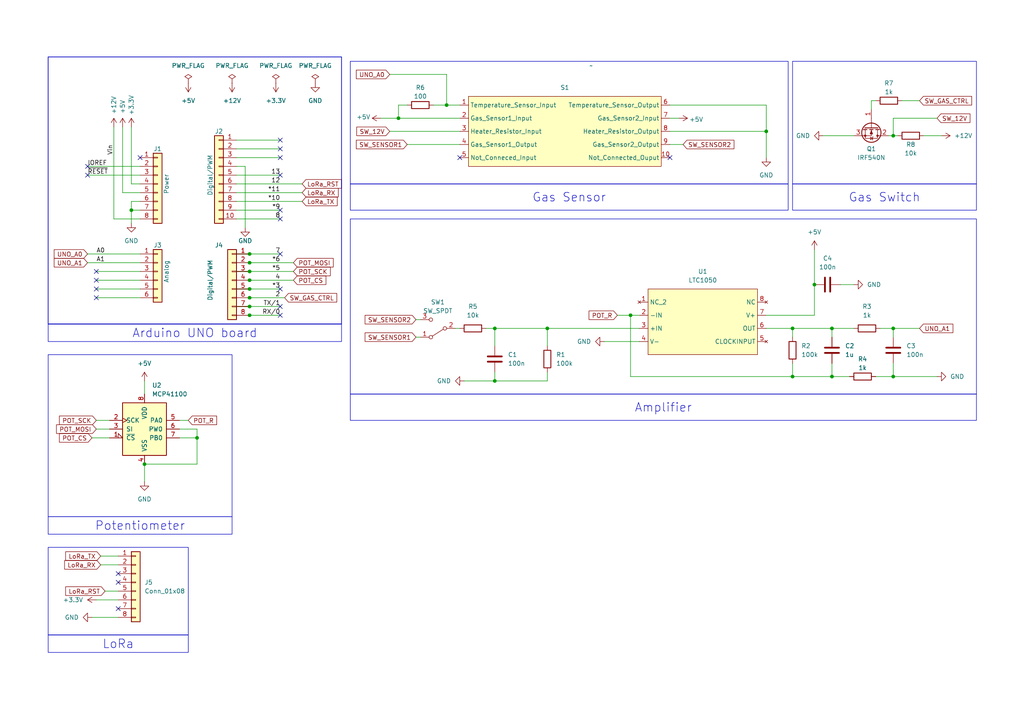
<source format=kicad_sch>
(kicad_sch (version 20230121) (generator eeschema)
  (paper "A4")
  (title_block (title "Gas Sensor") (date "2024-01-20") (company "INSA Toulouse"))
  (lib_symbols
    (symbol "+5V_1" (power) (pin_names (offset 0))
      (property "Value" "+5V_1" (at 0 3.556 0))
      (symbol "+5V_1_0_1"
        (polyline (pts (xy -0.762 1.27) (xy 0 2.54)))
        (polyline (pts (xy 0 0) (xy 0 2.54)))
        (polyline (pts (xy 0 2.54) (xy 0.762 1.27)))
      )
      (symbol "+5V_1_1_1"
        (pin power_in line (at 0 0 90) (length 0) hide (name "+5V") (number "1"))
      )
    )
    (symbol "Connector_Generic:Conn_01x06" (pin_names (offset 1.016) hide)
      (property "Reference" "J" (at 0 7.62 0))
      (property "Value" "Conn_01x06" (at 0 -10.16 0))
      (symbol "Conn_01x06_1_1"
        (rectangle (start -1.27 -7.493) (end 0 -7.747) (stroke (width 0.1524)))
        (rectangle (start -1.27 -4.953) (end 0 -5.207) (stroke (width 0.1524)))
        (rectangle (start -1.27 -2.413) (end 0 -2.667) (stroke (width 0.1524)))
        (rectangle (start -1.27 0.127) (end 0 -0.127) (stroke (width 0.1524)))
        (rectangle (start -1.27 2.667) (end 0 2.413) (stroke (width 0.1524)))
        (rectangle (start -1.27 5.207) (end 0 4.953) (stroke (width 0.1524)))
        (rectangle (start -1.27 6.35) (end 1.27 -8.89) (stroke (width 0.254)) (fill (type background)))
        (pin passive line (at -5.08 5.08 0) (length 3.81) (name "Pin_1") (number "1"))
        (pin passive line (at -5.08 2.54 0) (length 3.81) (name "Pin_2") (number "2"))
        (pin passive line (at -5.08 0 0) (length 3.81) (name "Pin_3") (number "3"))
        (pin passive line (at -5.08 -2.54 0) (length 3.81) (name "Pin_4") (number "4"))
        (pin passive line (at -5.08 -5.08 0) (length 3.81) (name "Pin_5") (number "5"))
        (pin passive line (at -5.08 -7.62 0) (length 3.81) (name "Pin_6") (number "6"))
      )
    )
    (symbol "Connector_Generic:Conn_01x08" (pin_names (offset 1.016) hide)
      (property "Reference" "J" (at 0 10.16 0))
      (property "Value" "Conn_01x08" (at 0 -12.7 0))
      (symbol "Conn_01x08_1_1"
        (rectangle (start -1.27 -10.033) (end 0 -10.287) (stroke (width 0.1524)))
        (rectangle (start -1.27 -7.493) (end 0 -7.747) (stroke (width 0.1524)))
        (rectangle (start -1.27 -4.953) (end 0 -5.207) (stroke (width 0.1524)))
        (rectangle (start -1.27 -2.413) (end 0 -2.667) (stroke (width 0.1524)))
        (rectangle (start -1.27 0.127) (end 0 -0.127) (stroke (width 0.1524)))
        (rectangle (start -1.27 2.667) (end 0 2.413) (stroke (width 0.1524)))
        (rectangle (start -1.27 5.207) (end 0 4.953) (stroke (width 0.1524)))
        (rectangle (start -1.27 7.747) (end 0 7.493) (stroke (width 0.1524)))
        (rectangle (start -1.27 8.89) (end 1.27 -11.43) (stroke (width 0.254)) (fill (type background)))
        (pin passive line (at -5.08 7.62 0) (length 3.81) (name "Pin_1") (number "1"))
        (pin passive line (at -5.08 5.08 0) (length 3.81) (name "Pin_2") (number "2"))
        (pin passive line (at -5.08 2.54 0) (length 3.81) (name "Pin_3") (number "3"))
        (pin passive line (at -5.08 0 0) (length 3.81) (name "Pin_4") (number "4"))
        (pin passive line (at -5.08 -2.54 0) (length 3.81) (name "Pin_5") (number "5"))
        (pin passive line (at -5.08 -5.08 0) (length 3.81) (name "Pin_6") (number "6"))
        (pin passive line (at -5.08 -7.62 0) (length 3.81) (name "Pin_7") (number "7"))
        (pin passive line (at -5.08 -10.16 0) (length 3.81) (name "Pin_8") (number "8"))
      )
    )
    (symbol "Connector_Generic:Conn_01x10" (pin_names (offset 1.016) hide)
      (property "Reference" "J" (at 0 12.7 0))
      (property "Value" "Conn_01x10" (at 0 -15.24 0))
      (symbol "Conn_01x10_1_1"
        (rectangle (start -1.27 -12.573) (end 0 -12.827) (stroke (width 0.1524)))
        (rectangle (start -1.27 -10.033) (end 0 -10.287) (stroke (width 0.1524)))
        (rectangle (start -1.27 -7.493) (end 0 -7.747) (stroke (width 0.1524)))
        (rectangle (start -1.27 -4.953) (end 0 -5.207) (stroke (width 0.1524)))
        (rectangle (start -1.27 -2.413) (end 0 -2.667) (stroke (width 0.1524)))
        (rectangle (start -1.27 0.127) (end 0 -0.127) (stroke (width 0.1524)))
        (rectangle (start -1.27 2.667) (end 0 2.413) (stroke (width 0.1524)))
        (rectangle (start -1.27 5.207) (end 0 4.953) (stroke (width 0.1524)))
        (rectangle (start -1.27 7.747) (end 0 7.493) (stroke (width 0.1524)))
        (rectangle (start -1.27 10.287) (end 0 10.033) (stroke (width 0.1524)))
        (rectangle (start -1.27 11.43) (end 1.27 -13.97) (stroke (width 0.254)) (fill (type background)))
        (pin passive line (at -5.08 10.16 0) (length 3.81) (name "Pin_1") (number "1"))
        (pin passive line (at -5.08 -12.7 0) (length 3.81) (name "Pin_10") (number "10"))
        (pin passive line (at -5.08 7.62 0) (length 3.81) (name "Pin_2") (number "2"))
        (pin passive line (at -5.08 5.08 0) (length 3.81) (name "Pin_3") (number "3"))
        (pin passive line (at -5.08 2.54 0) (length 3.81) (name "Pin_4") (number "4"))
        (pin passive line (at -5.08 0 0) (length 3.81) (name "Pin_5") (number "5"))
        (pin passive line (at -5.08 -2.54 0) (length 3.81) (name "Pin_6") (number "6"))
        (pin passive line (at -5.08 -5.08 0) (length 3.81) (name "Pin_7") (number "7"))
        (pin passive line (at -5.08 -7.62 0) (length 3.81) (name "Pin_8") (number "8"))
        (pin passive line (at -5.08 -10.16 0) (length 3.81) (name "Pin_9") (number "9"))
      )
    )
    (symbol "Device:C" (pin_numbers hide) (pin_names (offset 0.254))
      (property "Reference" "C" (at 0.635 2.54 0))
      (property "Value" "C" (at 0.635 -2.54 0))
      (symbol "C_0_1"
        (polyline (pts (xy -2.032 -0.762) (xy 2.032 -0.762)) (stroke (width 0.508)))
        (polyline (pts (xy -2.032 0.762) (xy 2.032 0.762)) (stroke (width 0.508)))
      )
      (symbol "C_1_1"
        (pin passive line (at 0 3.81 270) (length 2.794) (name "~") (number "1"))
        (pin passive line (at 0 -3.81 90) (length 2.794) (name "~") (number "2"))
      )
    )
    (symbol "Device:R" (pin_numbers hide) (pin_names (offset 0))
      (property "Reference" "R" (at 2.032 0 90))
      (property "Value" "R" (at 0 0 90))
      (symbol "R_0_1"
        (rectangle (start -1.016 -2.54) (end 1.016 2.54) (stroke (width 0.254)))
      )
      (symbol "R_1_1"
        (pin passive line (at 0 3.81 270) (length 1.27) (name "~") (number "1"))
        (pin passive line (at 0 -3.81 90) (length 1.27) (name "~") (number "2"))
      )
    )
    (symbol "GND_6" (power) (pin_names (offset 0))
      (property "Value" "GND_6" (at 0 -3.81 0))
      (symbol "GND_6_0_1"
        (polyline (pts (xy 0 0) (xy 0 -1.27) (xy 1.27 -1.27) (xy 0 -2.54) (xy -1.27 -1.27) (xy 0 -1.27)))
      )
      (symbol "GND_6_1_1"
        (pin power_in line (at 0 0 270) (length 0) hide (name "GND") (number "1"))
      )
    )
    (symbol "GND_9" (power) (pin_names (offset 0))
      (property "Value" "GND_9" (at 0 -3.81 0))
      (symbol "GND_9_0_1"
        (polyline (pts (xy 0 0) (xy 0 -1.27) (xy 1.27 -1.27) (xy 0 -2.54) (xy -1.27 -1.27) (xy 0 -1.27)))
      )
      (symbol "GND_9_1_1"
        (pin power_in line (at 0 0 270) (length 0) hide (name "GND") (number "1"))
      )
    )
    (symbol "Potentiometer_Digital:MCP41100" (pin_names (offset 1.016))
      (property "Reference" "U" (at -6.35 8.89 0))
      (property "Value" "MCP41100" (at 1.27 8.89 0))
      (symbol "MCP41100_0_1"
        (rectangle (start -6.35 7.62) (end 6.35 -7.62) (stroke (width 0.254)) (fill (type background)))
      )
      (symbol "MCP41100_1_1"
        (pin input input_low (at -10.16 -2.54 0) (length 3.81) (name "~{CS}") (number "1"))
        (pin passive clock (at -10.16 2.54 0) (length 3.81) (name "SCK") (number "2"))
        (pin input line (at -10.16 0 0) (length 3.81) (name "SI") (number "3"))
        (pin power_in line (at 0 -10.16 90) (length 2.54) (name "VSS") (number "4"))
        (pin passive line (at 10.16 2.54 180) (length 3.81) (name "PA0") (number "5"))
        (pin passive line (at 10.16 0 180) (length 3.81) (name "PW0") (number "6"))
        (pin passive line (at 10.16 -2.54 180) (length 3.81) (name "PB0") (number "7"))
        (pin power_in line (at 0 10.16 270) (length 2.54) (name "VDD") (number "8"))
      )
    )
    (symbol "Sensor_Gaz_Library:LTC1050"
      (property "Reference" "U1" (at -0.635 2.54 0))
      (property "Value" "LTC1050" (at -0.635 0 0))
      (symbol "LTC1050_1_1"
        (rectangle (start -16.51 -2.54) (end 15.24 -21.59) (stroke (width 0.1524)) (fill (type background)))
        (pin no_connect line (at -19.05 -6.35 0) (length 2.54) (name "NC_2") (number "1"))
        (pin input line (at -19.05 -10.16 0) (length 2.54) (name "-IN") (number "2"))
        (pin input line (at -19.05 -13.97 0) (length 2.54) (name "+IN") (number "3"))
        (pin input line (at -19.05 -17.78 0) (length 2.54) (name "V-") (number "4"))
        (pin no_connect line (at 17.78 -17.78 180) (length 2.54) (name "CLOCKINPUT") (number "5"))
        (pin bidirectional line (at 17.78 -13.97 180) (length 2.54) (name "OUT") (number "6"))
        (pin input line (at 17.78 -10.16 180) (length 2.54) (name "V+") (number "7"))
        (pin no_connect line (at 17.78 -6.35 180) (length 2.54) (name "NC") (number "8"))
      )
    )
    (symbol "Sensor_Gaz_Library:Sensor_Gaz"
      (property "Reference" "S" (at 0 0 0))
      (symbol "Sensor_Gaz_1_1"
        (rectangle (start -27.94 10.16) (end 27.94 -10.16) (stroke (width 0.1524)) (fill (type background)))
        (pin input line (at -30.48 7.62 0) (length 2.54) (name "Temperature_Sensor_Input") (number "1"))
        (pin output line (at 30.48 -7.62 180) (length 2.54) (name "Not_Connected_Ouput") (number "10"))
        (pin input line (at -30.48 3.81 0) (length 2.54) (name "Gas_Sensor1_Input") (number "2"))
        (pin input line (at -30.48 0 0) (length 2.54) (name "Heater_Resistor_Input") (number "3"))
        (pin output line (at -30.48 -3.81 0) (length 2.54) (name "Gas_Sensor1_Output") (number "4"))
        (pin input line (at -30.48 -7.62 0) (length 2.54) (name "Not_Conneced_Input") (number "5"))
        (pin passive line (at 30.48 7.62 180) (length 2.54) (name "Temperature_Sensor_Output") (number "6"))
        (pin input line (at 30.48 3.81 180) (length 2.54) (name "Gas_Sensor2_Input") (number "7"))
        (pin passive line (at 30.48 0 180) (length 2.54) (name "Heater_Resistor_Output") (number "8"))
        (pin output line (at 30.48 -3.81 180) (length 2.54) (name "Gas_Sensor2_Output") (number "9"))
      )
    )
    (symbol "Switch:SW_SPDT" (pin_names (offset 0) hide)
      (property "Reference" "SW" (at 0 4.318 0))
      (property "Value" "SW_SPDT" (at 0 -5.08 0))
      (symbol "SW_SPDT_0_0"
        (circle (center -2.032 0) (radius 0.508))
        (circle (center 2.032 -2.54) (radius 0.508))
      )
      (symbol "SW_SPDT_0_1"
        (polyline (pts (xy -1.524 0.254) (xy 1.651 2.286)))
        (circle (center 2.032 2.54) (radius 0.508))
      )
      (symbol "SW_SPDT_1_1"
        (pin passive line (at 5.08 2.54 180) (length 2.54) (name "A") (number "1"))
        (pin passive line (at -5.08 0 0) (length 2.54) (name "B") (number "2"))
        (pin passive line (at 5.08 -2.54 180) (length 2.54) (name "C") (number "3"))
      )
    )
    (symbol "Transistor_FET:IRF540N" (pin_names hide)
      (property "Reference" "Q" (at 6.35 1.905 0))
      (property "Value" "IRF540N" (at 6.35 0 0))
      (symbol "IRF540N_0_1"
        (polyline (pts (xy 0.254 0) (xy -2.54 0)))
        (polyline (pts (xy 0.254 1.905) (xy 0.254 -1.905)) (stroke (width 0.254)))
        (polyline (pts (xy 0.762 -1.27) (xy 0.762 -2.286)) (stroke (width 0.254)))
        (polyline (pts (xy 0.762 0.508) (xy 0.762 -0.508)) (stroke (width 0.254)))
        (polyline (pts (xy 0.762 2.286) (xy 0.762 1.27)) (stroke (width 0.254)))
        (polyline (pts (xy 2.54 2.54) (xy 2.54 1.778)))
        (polyline (pts (xy 2.54 -2.54) (xy 2.54 0) (xy 0.762 0)))
        (polyline (pts (xy 0.762 -1.778) (xy 3.302 -1.778) (xy 3.302 1.778) (xy 0.762 1.778)))
        (polyline (pts (xy 1.016 0) (xy 2.032 0.381) (xy 2.032 -0.381) (xy 1.016 0)) (fill (type outline)))
        (polyline (pts (xy 2.794 0.508) (xy 2.921 0.381) (xy 3.683 0.381) (xy 3.81 0.254)))
        (polyline (pts (xy 3.302 0.381) (xy 2.921 -0.254) (xy 3.683 -0.254) (xy 3.302 0.381)))
        (circle (center 1.651 0) (radius 2.794) (stroke (width 0.254)))
        (circle (center 2.54 -1.778) (radius 0.254) (fill (type outline)))
        (circle (center 2.54 1.778) (radius 0.254) (fill (type outline)))
      )
      (symbol "IRF540N_1_1"
        (pin input line (at -5.08 0 0) (length 2.54) (name "G") (number "1"))
        (pin passive line (at 2.54 5.08 270) (length 2.54) (name "D") (number "2"))
        (pin passive line (at 2.54 -5.08 90) (length 2.54) (name "S") (number "3"))
      )
    )
    (symbol "power:+12V" (power) (pin_names (offset 0))
      (property "Value" "+12V" (at 0 3.556 0))
      (symbol "+12V_0_1"
        (polyline (pts (xy -0.762 1.27) (xy 0 2.54)))
        (polyline (pts (xy 0 0) (xy 0 2.54)))
        (polyline (pts (xy 0 2.54) (xy 0.762 1.27)))
      )
      (symbol "+12V_1_1"
        (pin power_in line (at 0 0 90) (length 0) hide (name "+12V") (number "1"))
      )
    )
    (symbol "power:+3.3V" (power) (pin_names (offset 0))
      (property "Value" "+3.3V" (at 0 3.556 0))
      (symbol "+3.3V_0_1"
        (polyline (pts (xy -0.762 1.27) (xy 0 2.54)))
        (polyline (pts (xy 0 0) (xy 0 2.54)))
        (polyline (pts (xy 0 2.54) (xy 0.762 1.27)))
      )
      (symbol "+3.3V_1_1"
        (pin power_in line (at 0 0 90) (length 0) hide (name "+3.3V") (number "1"))
      )
    )
    (symbol "power:+5V" (power) (pin_names (offset 0))
      (property "Value" "+5V" (at 0 3.556 0))
      (symbol "+5V_0_1"
        (polyline (pts (xy -0.762 1.27) (xy 0 2.54)))
        (polyline (pts (xy 0 0) (xy 0 2.54)))
        (polyline (pts (xy 0 2.54) (xy 0.762 1.27)))
      )
      (symbol "+5V_1_1"
        (pin power_in line (at 0 0 90) (length 0) hide (name "+5V") (number "1"))
      )
    )
    (symbol "power:GND" (power) (pin_names (offset 0))
      (property "Value" "GND" (at 0 -3.81 0))
      (symbol "GND_0_1"
        (polyline (pts (xy 0 0) (xy 0 -1.27) (xy 1.27 -1.27) (xy 0 -2.54) (xy -1.27 -1.27) (xy 0 -1.27)))
      )
      (symbol "GND_1_1"
        (pin power_in line (at 0 0 270) (length 0) hide (name "GND") (number "1"))
      )
    )
    (symbol "power:PWR_FLAG" (power) (pin_numbers hide) (pin_names (offset 0) hide)
      (property "Value" "PWR_FLAG" (at 0 3.81 0))
      (symbol "PWR_FLAG_0_0"
        (pin power_out line (at 0 0 90) (length 0) (name "pwr") (number "1"))
      )
      (symbol "PWR_FLAG_0_1"
        (polyline (pts (xy 0 0) (xy 0 1.27) (xy -1.016 1.905) (xy 0 2.54) (xy 1.016 1.905) (xy 0 1.27)))
      )
    )
  )
  (junction (at 72.39 88.9))
  (junction (at 158.75 95.25))
  (junction (at 241.3 109.22))
  (junction (at 182.88 91.44))
  (junction (at 38.1 60.96))
  (junction (at 143.51 110.49))
  (junction (at 57.15 127))
  (junction (at 143.51 95.25))
  (junction (at 72.39 78.74))
  (junction (at 72.39 91.44))
  (junction (at 41.91 134.62))
  (junction (at 72.39 76.2))
  (junction (at 115.57 34.29))
  (junction (at 259.08 39.37))
  (junction (at 229.87 109.22))
  (junction (at 259.08 109.22))
  (junction (at 259.08 95.25))
  (junction (at 72.39 86.36))
  (junction (at 72.39 73.66))
  (junction (at 129.54 30.48))
  (junction (at 72.39 81.28))
  (junction (at 222.25 38.1))
  (junction (at 241.3 95.25))
  (junction (at 72.39 83.82))
  (junction (at 229.87 95.25))
  (junction (at 236.22 82.55))
  (no_connect (at 81.28 45.72))
  (no_connect (at 133.35 45.72))
  (no_connect (at 81.28 91.44))
  (no_connect (at 194.31 45.72))
  (no_connect (at 34.29 176.53))
  (no_connect (at 81.28 50.8))
  (no_connect (at 27.94 83.82))
  (no_connect (at 27.94 86.36))
  (no_connect (at 34.29 166.37))
  (no_connect (at 81.28 60.96))
  (no_connect (at 81.28 40.64))
  (no_connect (at 81.28 88.9))
  (no_connect (at 81.28 63.5))
  (no_connect (at 27.94 78.74))
  (no_connect (at 81.28 83.82))
  (no_connect (at 81.28 43.18))
  (no_connect (at 25.4 50.8))
  (no_connect (at 27.94 81.28))
  (no_connect (at 40.64 45.72))
  (no_connect (at 81.28 73.66))
  (no_connect (at 25.4 48.26))
  (no_connect (at 34.29 168.91))
  (wire (pts (xy 68.58 58.42) (xy 87.63 58.42)))
  (wire (pts (xy 158.75 100.33) (xy 158.75 95.25)))
  (wire (pts (xy 271.78 34.29) (xy 259.08 34.29)))
  (wire (pts (xy 261.62 29.21) (xy 266.7 29.21)))
  (wire (pts (xy 143.51 100.33) (xy 143.51 95.25)))
  (wire (pts (xy 140.97 95.25) (xy 143.51 95.25)))
  (wire (pts (xy 238.76 39.37) (xy 247.65 39.37)))
  (wire (pts (xy 68.58 40.64) (xy 81.28 40.64)))
  (wire (pts (xy 158.75 95.25) (xy 185.42 95.25)))
  (wire (pts (xy 72.39 73.66) (xy 81.28 73.66)))
  (wire (pts (xy 41.91 134.62) (xy 41.91 139.7)))
  (wire (pts (xy 38.1 58.42) (xy 38.1 60.96)))
  (wire (pts (xy 27.94 173.99) (xy 34.29 173.99)))
  (wire (pts (xy 259.08 95.25) (xy 259.08 97.79)))
  (wire (pts (xy 243.84 82.55) (xy 247.65 82.55)))
  (wire (pts (xy 68.58 86.36) (xy 72.39 86.36)))
  (wire (pts (xy 222.25 45.72) (xy 222.25 38.1)))
  (wire (pts (xy 222.25 30.48) (xy 222.25 38.1)))
  (wire (pts (xy 29.21 163.83) (xy 34.29 163.83)))
  (wire (pts (xy 26.67 127) (xy 31.75 127)))
  (wire (pts (xy 35.56 36.83) (xy 35.56 55.88)))
  (wire (pts (xy 194.31 34.29) (xy 196.85 34.29)))
  (wire (pts (xy 120.65 97.79) (xy 121.92 97.79)))
  (wire (pts (xy 38.1 53.34) (xy 40.64 53.34)))
  (wire (pts (xy 158.75 110.49) (xy 143.51 110.49)))
  (wire (pts (xy 41.91 110.49) (xy 41.91 114.3)))
  (wire (pts (xy 35.56 55.88) (xy 40.64 55.88)))
  (wire (pts (xy 33.02 36.83) (xy 33.02 63.5)))
  (wire (pts (xy 52.07 127) (xy 57.15 127)))
  (wire (pts (xy 38.1 60.96) (xy 38.1 64.77)))
  (wire (pts (xy 236.22 72.39) (xy 236.22 82.55)))
  (wire (pts (xy 72.39 88.9) (xy 81.28 88.9)))
  (wire (pts (xy 118.11 41.91) (xy 133.35 41.91)))
  (wire (pts (xy 68.58 50.8) (xy 81.28 50.8)))
  (wire (pts (xy 27.94 124.46) (xy 31.75 124.46)))
  (wire (pts (xy 38.1 36.83) (xy 38.1 53.34)))
  (wire (pts (xy 68.58 73.66) (xy 72.39 73.66)))
  (wire (pts (xy 25.4 73.66) (xy 40.64 73.66)))
  (wire (pts (xy 259.08 39.37) (xy 260.35 39.37)))
  (wire (pts (xy 257.81 39.37) (xy 259.08 39.37)))
  (wire (pts (xy 113.03 21.59) (xy 129.54 21.59)))
  (wire (pts (xy 68.58 81.28) (xy 72.39 81.28)))
  (wire (pts (xy 110.49 34.29) (xy 115.57 34.29)))
  (wire (pts (xy 115.57 30.48) (xy 118.11 30.48)))
  (wire (pts (xy 129.54 21.59) (xy 129.54 30.48)))
  (wire (pts (xy 68.58 60.96) (xy 81.28 60.96)))
  (wire (pts (xy 115.57 30.48) (xy 115.57 34.29)))
  (wire (pts (xy 229.87 95.25) (xy 229.87 97.79)))
  (wire (pts (xy 129.54 30.48) (xy 133.35 30.48)))
  (wire (pts (xy 27.94 81.28) (xy 40.64 81.28)))
  (wire (pts (xy 143.51 95.25) (xy 158.75 95.25)))
  (wire (pts (xy 252.73 29.21) (xy 252.73 31.75)))
  (wire (pts (xy 25.4 48.26) (xy 40.64 48.26)))
  (wire (pts (xy 115.57 34.29) (xy 133.35 34.29)))
  (wire (pts (xy 222.25 38.1) (xy 194.31 38.1)))
  (wire (pts (xy 241.3 95.25) (xy 247.65 95.25)))
  (wire (pts (xy 72.39 81.28) (xy 85.09 81.28)))
  (wire (pts (xy 72.39 78.74) (xy 85.09 78.74)))
  (wire (pts (xy 241.3 105.41) (xy 241.3 109.22)))
  (wire (pts (xy 236.22 91.44) (xy 236.22 82.55)))
  (wire (pts (xy 71.12 48.26) (xy 71.12 66.04)))
  (wire (pts (xy 229.87 95.25) (xy 241.3 95.25)))
  (wire (pts (xy 68.58 45.72) (xy 81.28 45.72)))
  (wire (pts (xy 27.94 121.92) (xy 31.75 121.92)))
  (wire (pts (xy 57.15 127) (xy 57.15 134.62)))
  (wire (pts (xy 68.58 76.2) (xy 72.39 76.2)))
  (wire (pts (xy 25.4 50.8) (xy 40.64 50.8)))
  (wire (pts (xy 194.31 30.48) (xy 222.25 30.48)))
  (wire (pts (xy 120.65 92.71) (xy 121.92 92.71)))
  (wire (pts (xy 222.25 95.25) (xy 229.87 95.25)))
  (wire (pts (xy 52.07 121.92) (xy 54.61 121.92)))
  (wire (pts (xy 40.64 60.96) (xy 38.1 60.96)))
  (wire (pts (xy 30.48 171.45) (xy 34.29 171.45)))
  (wire (pts (xy 182.88 91.44) (xy 182.88 109.22)))
  (wire (pts (xy 29.21 161.29) (xy 34.29 161.29)))
  (wire (pts (xy 182.88 109.22) (xy 229.87 109.22)))
  (wire (pts (xy 194.31 41.91) (xy 198.12 41.91)))
  (wire (pts (xy 72.39 83.82) (xy 81.28 83.82)))
  (wire (pts (xy 182.88 91.44) (xy 185.42 91.44)))
  (wire (pts (xy 40.64 63.5) (xy 33.02 63.5)))
  (wire (pts (xy 72.39 91.44) (xy 81.28 91.44)))
  (wire (pts (xy 25.4 76.2) (xy 40.64 76.2)))
  (wire (pts (xy 27.94 86.36) (xy 40.64 86.36)))
  (wire (pts (xy 72.39 76.2) (xy 85.09 76.2)))
  (wire (pts (xy 179.07 91.44) (xy 182.88 91.44)))
  (wire (pts (xy 132.08 95.25) (xy 133.35 95.25)))
  (wire (pts (xy 125.73 30.48) (xy 129.54 30.48)))
  (wire (pts (xy 259.08 105.41) (xy 259.08 109.22)))
  (wire (pts (xy 68.58 48.26) (xy 71.12 48.26)))
  (wire (pts (xy 241.3 109.22) (xy 246.38 109.22)))
  (wire (pts (xy 259.08 34.29) (xy 259.08 39.37)))
  (wire (pts (xy 57.15 134.62) (xy 41.91 134.62)))
  (wire (pts (xy 113.03 38.1) (xy 133.35 38.1)))
  (wire (pts (xy 40.64 58.42) (xy 38.1 58.42)))
  (wire (pts (xy 68.58 53.34) (xy 87.63 53.34)))
  (wire (pts (xy 68.58 55.88) (xy 87.63 55.88)))
  (wire (pts (xy 26.67 179.07) (xy 34.29 179.07)))
  (wire (pts (xy 27.94 83.82) (xy 40.64 83.82)))
  (wire (pts (xy 158.75 107.95) (xy 158.75 110.49)))
  (wire (pts (xy 222.25 91.44) (xy 236.22 91.44)))
  (wire (pts (xy 259.08 109.22) (xy 271.78 109.22)))
  (wire (pts (xy 68.58 78.74) (xy 72.39 78.74)))
  (wire (pts (xy 68.58 83.82) (xy 72.39 83.82)))
  (wire (pts (xy 143.51 107.95) (xy 143.51 110.49)))
  (wire (pts (xy 259.08 95.25) (xy 266.7 95.25)))
  (wire (pts (xy 175.26 99.06) (xy 185.42 99.06)))
  (wire (pts (xy 255.27 95.25) (xy 259.08 95.25)))
  (wire (pts (xy 68.58 43.18) (xy 81.28 43.18)))
  (wire (pts (xy 72.39 86.36) (xy 82.55 86.36)))
  (wire (pts (xy 254 29.21) (xy 252.73 29.21)))
  (wire (pts (xy 27.94 78.74) (xy 40.64 78.74)))
  (wire (pts (xy 229.87 109.22) (xy 241.3 109.22)))
  (wire (pts (xy 241.3 95.25) (xy 241.3 97.79)))
  (wire (pts (xy 134.62 110.49) (xy 143.51 110.49)))
  (wire (pts (xy 254 109.22) (xy 259.08 109.22)))
  (wire (pts (xy 57.15 124.46) (xy 57.15 127)))
  (wire (pts (xy 267.97 39.37) (xy 273.05 39.37)))
  (wire (pts (xy 68.58 88.9) (xy 72.39 88.9)))
  (wire (pts (xy 229.87 105.41) (xy 229.87 109.22)))
  (wire (pts (xy 52.07 124.46) (xy 57.15 124.46)))
  (wire (pts (xy 68.58 63.5) (xy 81.28 63.5)))
  (wire (pts (xy 68.58 91.44) (xy 72.39 91.44)))
  (rectangle (start 101.6 63.5) (end 283.21 114.3))
  (rectangle (start 13.97 158.75) (end 54.61 184.15))
  (rectangle (start 13.97 16.51) (end 99.06 93.98) (stroke (width 0.2)))
  (rectangle (start 229.87 17.78) (end 283.21 53.34))
  (rectangle (start 13.97 102.87) (end 67.31 149.86))
  (rectangle (start 101.6 17.78) (end 228.6 53.34))
  (text_box "LoRa" (at 13.97 184.15 0) (size 40.64 5.08) (effects (font (size 2.5 2.5))))
  (text_box "Potentiometer" (at 13.97 149.86 0) (size 53.34 5.08) (effects (font (size 2.5 2.5))))
  (text_box "Amplifier\n" (at 101.6 114.3 0) (size 181.61 7.62) (effects (font (size 2.5 2.5))))
  (text_box "Arduino UNO board" (at 13.97 93.98 0) (size 85.09 5.08) (effects (font (size 2.5 2.5))))
  (text_box "Gas Sensor" (at 101.6 53.34 0) (size 127 7.62) (effects (font (size 2.5 2.5))))
  (text_box "Gas Switch" (at 229.87 53.34 0) (size 53.34 7.62) (effects (font (size 2.5 2.5))))
  (label "RX{slash}0" (at 81.28 91.44 180))
  (label "4" (at 81.28 81.28 180))
  (label "2" (at 81.28 86.36 180))
  (label "13" (at 81.28 50.8 180))
  (label "12" (at 81.28 53.34 180))
  (label "~{RESET}" (at 25.4 50.8 0))
  (label "*10" (at 81.28 58.42 180))
  (label "7" (at 81.28 73.66 180))
  (label "8" (at 81.28 63.5 180))
  (label "*11" (at 81.28 55.88 180))
  (label "*3" (at 81.28 83.82 180))
  (label "A1" (at 27.94 76.2 0))
  (label "TX{slash}1" (at 81.28 88.9 180))
  (label "A0" (at 27.94 73.66 0))
  (label "Vin" (at 33.02 41.91 270))
  (label "*6" (at 81.28 76.2 180))
  (label "*9" (at 81.28 60.96 180))
  (label "*5" (at 81.28 78.74 180))
  (label "IOREF" (at 25.4 48.26 0))
  (global_label "POT_CS" (shape input) (at 26.67 127 180) (property "Intersheetrefs" "${INTERSHEET_REFS}" (effects hide)))
  (global_label "LoRa_TX" (shape input) (at 29.21 161.29 180) (property "Intersheetrefs" "${INTERSHEET_REFS}" (effects hide)))
  (global_label "SW_SENSOR1" (shape input) (at 118.11 41.91 180) (property "Intersheetrefs" "${INTERSHEET_REFS}" (effects hide)))
  (global_label "POT_SCK" (shape input) (at 27.94 121.92 180) (property "Intersheetrefs" "${INTERSHEET_REFS}" (effects hide)))
  (global_label "SW_GAS_CTRL" (shape input) (at 82.55 86.36 0) (property "Intersheetrefs" "${INTERSHEET_REFS}" (effects hide)))
  (global_label "LoRa_RX" (shape input) (at 29.21 163.83 180) (property "Intersheetrefs" "${INTERSHEET_REFS}" (effects hide)))
  (global_label "SW_12V" (shape input) (at 113.03 38.1 180) (property "Intersheetrefs" "${INTERSHEET_REFS}" (effects hide)))
  (global_label "UNO_A1" (shape input) (at 266.7 95.25 0) (property "Intersheetrefs" "${INTERSHEET_REFS}" (effects hide)))
  (global_label "UNO_A0" (shape input) (at 25.4 73.66 180) (property "Intersheetrefs" "${INTERSHEET_REFS}" (effects hide)))
  (global_label "LoRa_RST" (shape input) (at 87.63 53.34 0) (property "Intersheetrefs" "${INTERSHEET_REFS}" (effects hide)))
  (global_label "POT_SCK" (shape input) (at 85.09 78.74 0) (property "Intersheetrefs" "${INTERSHEET_REFS}" (effects hide)))
  (global_label "UNO_A1" (shape input) (at 25.4 76.2 180) (property "Intersheetrefs" "${INTERSHEET_REFS}" (effects hide)))
  (global_label "POT_R" (shape input) (at 179.07 91.44 180) (property "Intersheetrefs" "${INTERSHEET_REFS}" (effects hide)))
  (global_label "SW_GAS_CTRL" (shape input) (at 266.7 29.21 0) (property "Intersheetrefs" "${INTERSHEET_REFS}" (effects hide)))
  (global_label "SW_SENSOR1" (shape input) (at 120.65 97.79 180) (property "Intersheetrefs" "${INTERSHEET_REFS}" (effects hide)))
  (global_label "POT_MOSI" (shape input) (at 27.94 124.46 180) (property "Intersheetrefs" "${INTERSHEET_REFS}" (effects hide)))
  (global_label "LoRa_RST" (shape input) (at 30.48 171.45 180) (property "Intersheetrefs" "${INTERSHEET_REFS}" (effects hide)))
  (global_label "SW_SENSOR2" (shape input) (at 120.65 92.71 180) (property "Intersheetrefs" "${INTERSHEET_REFS}" (effects hide)))
  (global_label "POT_CS" (shape input) (at 85.09 81.28 0) (property "Intersheetrefs" "${INTERSHEET_REFS}" (effects hide)))
  (global_label "POT_MOSI" (shape input) (at 85.09 76.2 0) (property "Intersheetrefs" "${INTERSHEET_REFS}" (effects hide)))
  (global_label "POT_R" (shape input) (at 54.61 121.92 0) (property "Intersheetrefs" "${INTERSHEET_REFS}" (effects hide)))
  (global_label "UNO_A0" (shape input) (at 113.03 21.59 180) (property "Intersheetrefs" "${INTERSHEET_REFS}" (effects hide)))
  (global_label "SW_12V" (shape input) (at 271.78 34.29 0) (property "Intersheetrefs" "${INTERSHEET_REFS}" (effects hide)))
  (global_label "LoRa_RX" (shape input) (at 87.63 55.88 0) (property "Intersheetrefs" "${INTERSHEET_REFS}" (effects hide)))
  (global_label "SW_SENSOR2" (shape input) (at 198.12 41.91 0) (property "Intersheetrefs" "${INTERSHEET_REFS}" (effects hide)))
  (global_label "LoRa_TX" (shape input) (at 87.63 58.42 0) (property "Intersheetrefs" "${INTERSHEET_REFS}" (effects hide)))
  (symbol (lib_id "Connector_Generic:Conn_01x08") (at 45.72 53.34 0) (unit 1)
    (property "Reference" "J1" (at 45.72 43.18 0))
    (property "Value" "Power" (at 48.26 53.34 90))
    (property "Footprint" "Connector_PinSocket_2.54mm:PinSocket_1x08_P2.54mm_Vertical" (effects hide))
  )
  (symbol (lib_id "Connector_Generic:Conn_01x10") (at 63.5 50.8 0) (mirror y) (unit 1)
    (property "Reference" "J2" (at 63.5 38.1 0))
    (property "Value" "Digital/PWM" (at 60.96 50.8 90))
    (property "Footprint" "Connector_PinSocket_2.54mm:PinSocket_1x10_P2.54mm_Vertical" (effects hide))
  )
  (symbol (lib_id "power:GND") (at 71.12 66.04 0) (unit 1)
    (property "Reference" "#PWR05" (effects hide))
    (property "Value" "GND" (at 71.12 69.85 0))
  )
  (symbol (lib_id "Connector_Generic:Conn_01x06") (at 45.72 78.74 0) (unit 1)
    (property "Reference" "J3" (at 45.72 71.12 0))
    (property "Value" "Analog" (at 48.26 78.74 90))
    (property "Footprint" "Connector_PinSocket_2.54mm:PinSocket_1x06_P2.54mm_Vertical" (effects hide))
  )
  (symbol (lib_id "Connector_Generic:Conn_01x08") (at 67.31 81.28 0) (mirror y) (unit 1)
    (property "Reference" "J4" (at 63.5 71.12 0))
    (property "Value" "Digital/PWM" (at 60.96 81.28 90))
    (property "Footprint" "Connector_PinSocket_2.54mm:PinSocket_1x08_P2.54mm_Vertical" (effects hide))
  )
  (symbol (lib_id "Device:R") (at 158.75 104.14 0) (unit 1)
    (property "Reference" "R1" (at 161.29 102.87 0) (effects (justify left)))
    (property "Value" "100k" (at 161.29 105.41 0) (effects (justify left)))
    (property "Footprint" "Resistor_THT:R_Axial_DIN0204_L3.6mm_D1.6mm_P5.08mm_Horizontal" (effects hide))
  )
  (symbol (lib_name "+5V_1") (lib_id "power:+5V") (at 236.22 72.39 0) (unit 1)
    (property "Reference" "#PWR018" (effects hide))
    (property "Value" "+5V" (at 236.22 67.31 0))
  )
  (symbol (lib_id "Device:C") (at 241.3 101.6 0) (unit 1)
    (property "Reference" "C2" (at 245.11 100.33 0) (effects (justify left)))
    (property "Value" "1u" (at 245.11 102.87 0) (effects (justify left)))
    (property "Footprint" "Capacitor_THT:C_Rect_L9.0mm_W5.1mm_P7.50mm_MKT" (effects hide))
  )
  (symbol (lib_id "power:+5V") (at 196.85 34.29 270) (unit 1)
    (property "Reference" "#PWR020" (effects hide))
    (property "Value" "+5V" (at 199.898 34.6456 90) (effects (justify left)))
  )
  (symbol (lib_name "+5V_1") (lib_id "power:+5V") (at 41.91 110.49 0) (unit 1)
    (property "Reference" "#PWR010" (effects hide))
    (property "Value" "+5V" (at 41.91 105.41 0))
  )
  (symbol (lib_id "power:+3.3V") (at 27.94 173.99 90) (unit 1)
    (property "Reference" "#PWR012" (effects hide))
    (property "Value" "+3.3V" (at 24.13 173.99 90) (effects (justify left)))
  )
  (symbol (lib_id "power:+5V") (at 35.56 36.83 0) (unit 1)
    (property "Reference" "#PWR07" (effects hide))
    (property "Value" "+5V" (at 35.56 33.02 90) (effects (justify left)))
  )
  (symbol (lib_id "power:+3.3V") (at 80.01 24.13 180) (unit 1)
    (property "Reference" "#PWR03" (effects hide))
    (property "Value" "+3.3V" (at 80.01 29.21 0))
  )
  (symbol (lib_id "power:+3.3V") (at 38.1 36.83 0) (unit 1)
    (property "Reference" "#PWR06" (effects hide))
    (property "Value" "+3.3V" (at 38.1 30.48 90))
  )
  (symbol (lib_id "Device:C") (at 240.03 82.55 90) (unit 1)
    (property "Reference" "C4" (at 240.03 74.93 90))
    (property "Value" "100n" (at 240.03 77.47 90))
    (property "Footprint" "Capacitor_THT:C_Rect_L9.0mm_W5.1mm_P7.50mm_MKT" (effects hide))
  )
  (symbol (lib_id "Potentiometer_Digital:MCP41100") (at 41.91 124.46 0) (unit 1)
    (property "Reference" "U2" (at 44.1041 111.76 0) (effects (justify left)))
    (property "Value" "MCP41100" (at 44.1041 114.3 0) (effects (justify left)))
    (property "Footprint" "Package_DIP:DIP-8_W7.62mm" (effects hide))
    (property "Datasheet" "http://ww1.microchip.com/downloads/en/DeviceDoc/11195c.pdf" (effects hide))
  )
  (symbol (lib_id "Device:C") (at 259.08 101.6 0) (unit 1)
    (property "Reference" "C3" (at 262.89 100.33 0) (effects (justify left)))
    (property "Value" "100n" (at 262.89 102.87 0) (effects (justify left)))
    (property "Footprint" "Capacitor_THT:C_Rect_L9.0mm_W5.1mm_P7.50mm_MKT" (effects hide))
  )
  (symbol (lib_id "Sensor_Gaz_Library:Sensor_Gaz") (at 163.83 38.1 0) (unit 1)
    (property "Reference" "S1" (at 163.83 25.4 0))
    (property "Value" "~" (at 171.45 19.05 0))
    (property "Footprint" "Gas_Sensor_Library:Sensor_Gas" (effects hide))
  )
  (symbol (lib_id "Device:R") (at 229.87 101.6 180) (unit 1)
    (property "Reference" "R2" (at 232.41 100.33 0) (effects (justify right)))
    (property "Value" "100k" (at 232.41 102.87 0) (effects (justify right)))
    (property "Footprint" "Resistor_THT:R_Axial_DIN0204_L3.6mm_D1.6mm_P5.08mm_Horizontal" (effects hide))
  )
  (symbol (lib_name "GND_6") (lib_id "power:GND") (at 91.44 24.13 0) (unit 1)
    (property "Reference" "#PWR04" (effects hide))
    (property "Value" "GND" (at 91.44 29.21 0))
  )
  (symbol (lib_name "GND_9") (lib_id "power:GND") (at 247.65 82.55 90) (unit 1)
    (property "Reference" "#PWR017" (effects hide))
    (property "Value" "GND" (at 251.46 82.55 90) (effects (justify right)))
  )
  (symbol (lib_id "power:+12V") (at 67.31 24.13 180) (unit 1)
    (property "Reference" "#PWR02" (effects hide))
    (property "Value" "+12V" (at 67.31 29.21 0))
  )
  (symbol (lib_name "GND_9") (lib_id "power:GND") (at 175.26 99.06 270) (unit 1)
    (property "Reference" "#PWR014" (effects hide))
    (property "Value" "GND" (at 171.45 99.06 90) (effects (justify right)))
  )
  (symbol (lib_id "power:PWR_FLAG") (at 54.61 24.13 0) (unit 1)
    (property "Reference" "#FLG01" (effects hide))
    (property "Value" "PWR_FLAG" (at 54.61 19.05 0))
  )
  (symbol (lib_id "power:+12V") (at 33.02 36.83 0) (unit 1)
    (property "Reference" "#PWR08" (effects hide))
    (property "Value" "+12V" (at 33.02 30.48 90))
  )
  (symbol (lib_id "Connector_Generic:Conn_01x08") (at 39.37 168.91 0) (unit 1)
    (property "Reference" "J5" (at 41.91 168.91 0) (effects (justify left)))
    (property "Value" "Conn_01x08" (at 41.91 171.45 0) (effects (justify left)))
    (property "Footprint" "Connector_PinSocket_2.54mm:PinSocket_1x08_P2.54mm_Vertical" (effects hide))
  )
  (symbol (lib_name "GND_9") (lib_id "power:GND") (at 238.76 39.37 270) (unit 1)
    (property "Reference" "#PWR021" (effects hide))
    (property "Value" "GND" (at 234.95 39.37 90) (effects (justify right)))
  )
  (symbol (lib_id "Device:C") (at 143.51 104.14 0) (unit 1)
    (property "Reference" "C1" (at 147.32 102.87 0) (effects (justify left)))
    (property "Value" "100n" (at 147.32 105.41 0) (effects (justify left)))
    (property "Footprint" "Capacitor_THT:C_Rect_L9.0mm_W5.1mm_P7.50mm_MKT" (effects hide))
  )
  (symbol (lib_id "Transistor_FET:IRF540N") (at 252.73 36.83 270) (unit 1)
    (property "Reference" "Q1" (at 252.73 43.18 90))
    (property "Value" "IRF540N" (at 252.73 45.72 90))
    (property "Footprint" "Package_TO_SOT_THT:TO-220-3_Vertical" (effects hide))
    (property "Datasheet" "http://www.irf.com/product-info/datasheets/data/irf540n.pdf" (effects hide))
  )
  (symbol (lib_id "power:+5V") (at 110.49 34.29 90) (unit 1)
    (property "Reference" "#PWR019" (effects hide))
    (property "Value" "+5V" (at 107.442 33.9344 90) (effects (justify left)))
  )
  (symbol (lib_id "Device:R") (at 264.16 39.37 270) (unit 1)
    (property "Reference" "R8" (at 264.16 41.91 90))
    (property "Value" "10k" (at 264.16 44.45 90))
    (property "Footprint" "Resistor_THT:R_Axial_DIN0204_L3.6mm_D1.6mm_P5.08mm_Horizontal" (effects hide))
  )
  (symbol (lib_id "power:PWR_FLAG") (at 67.31 24.13 0) (unit 1)
    (property "Reference" "#FLG02" (effects hide))
    (property "Value" "PWR_FLAG" (at 67.31 19.05 0))
  )
  (symbol (lib_id "Device:R") (at 121.92 30.48 90) (unit 1)
    (property "Reference" "R6" (at 121.92 25.4 90))
    (property "Value" "100" (at 121.92 27.94 90))
    (property "Footprint" "Resistor_THT:R_Axial_DIN0204_L3.6mm_D1.6mm_P5.08mm_Horizontal" (effects hide))
  )
  (symbol (lib_id "Device:R") (at 251.46 95.25 90) (unit 1)
    (property "Reference" "R3" (at 251.46 88.9 90))
    (property "Value" "1k" (at 251.46 91.44 90))
    (property "Footprint" "Resistor_THT:R_Axial_DIN0204_L3.6mm_D1.6mm_P5.08mm_Horizontal" (effects hide))
  )
  (symbol (lib_id "power:PWR_FLAG") (at 80.01 24.13 0) (unit 1)
    (property "Reference" "#FLG03" (effects hide))
    (property "Value" "PWR_FLAG" (at 80.01 19.05 0))
  )
  (symbol (lib_name "GND_9") (lib_id "power:GND") (at 222.25 45.72 0) (unit 1)
    (property "Reference" "#PWR011" (effects hide))
    (property "Value" "GND" (at 222.25 50.8 0))
  )
  (symbol (lib_id "Device:R") (at 257.81 29.21 90) (unit 1)
    (property "Reference" "R7" (at 257.81 24.13 90))
    (property "Value" "1k" (at 257.81 26.67 90))
    (property "Footprint" "Resistor_THT:R_Axial_DIN0204_L3.6mm_D1.6mm_P5.08mm_Horizontal" (effects hide))
  )
  (symbol (lib_name "GND_9") (lib_id "power:GND") (at 41.91 139.7 0) (unit 1)
    (property "Reference" "#PWR09" (effects hide))
    (property "Value" "GND" (at 41.91 144.78 0))
  )
  (symbol (lib_id "Device:R") (at 250.19 109.22 90) (unit 1)
    (property "Reference" "R4" (at 250.19 104.14 90))
    (property "Value" "1k" (at 250.19 106.68 90))
    (property "Footprint" "Resistor_THT:R_Axial_DIN0204_L3.6mm_D1.6mm_P5.08mm_Horizontal" (effects hide))
  )
  (symbol (lib_id "Switch:SW_SPDT") (at 127 95.25 180) (unit 1)
    (property "Reference" "SW1" (at 127 87.63 0))
    (property "Value" "SW_SPDT" (at 127 90.17 0))
    (property "Footprint" "Button_Switch_THT:SW_Push_2P2T_Toggle_CK_PVA2xxH2xxxxxxV2" (effects hide))
  )
  (symbol (lib_id "power:+12V") (at 273.05 39.37 270) (unit 1)
    (property "Reference" "#PWR022" (effects hide))
    (property "Value" "+12V" (at 279.4 39.37 90))
  )
  (symbol (lib_id "Sensor_Gaz_Library:LTC1050") (at 204.47 81.28 0) (unit 1)
    (property "Reference" "U1" (at 203.835 78.74 0))
    (property "Value" "LTC1050" (at 203.835 81.28 0))
    (property "Footprint" "Gas_Sensor_Library:LTC1050" (effects hide))
  )
  (symbol (lib_name "+5V_1") (lib_id "power:+5V") (at 54.61 24.13 180) (unit 1)
    (property "Reference" "#PWR01" (effects hide))
    (property "Value" "+5V" (at 54.61 29.21 0))
  )
  (symbol (lib_name "GND_9") (lib_id "power:GND") (at 134.62 110.49 270) (unit 1)
    (property "Reference" "#PWR015" (effects hide))
    (property "Value" "GND" (at 130.81 110.49 90) (effects (justify right)))
  )
  (symbol (lib_name "GND_9") (lib_id "power:GND") (at 26.67 179.07 270) (unit 1)
    (property "Reference" "#PWR013" (effects hide))
    (property "Value" "GND" (at 22.86 179.07 90) (effects (justify right)))
  )
  (symbol (lib_name "GND_9") (lib_id "power:GND") (at 271.78 109.22 90) (unit 1)
    (property "Reference" "#PWR016" (effects hide))
    (property "Value" "GND" (at 275.59 109.22 90) (effects (justify right)))
  )
  (symbol (lib_name "GND_9") (lib_id "power:GND") (at 38.1 64.77 0) (unit 1)
    (property "Reference" "#PWR023" (effects hide))
    (property "Value" "GND" (at 38.1 69.85 0))
  )
  (symbol (lib_id "power:PWR_FLAG") (at 91.44 24.13 0) (unit 1)
    (property "Reference" "#FLG04" (effects hide))
    (property "Value" "PWR_FLAG" (at 91.44 19.05 0))
  )
  (symbol (lib_id "Device:R") (at 137.16 95.25 90) (unit 1)
    (property "Reference" "R5" (at 137.16 88.9 90))
    (property "Value" "10k" (at 137.16 91.44 90))
    (property "Footprint" "Resistor_THT:R_Axial_DIN0204_L3.6mm_D1.6mm_P5.08mm_Horizontal" (effects hide))
  )
)
</source>
